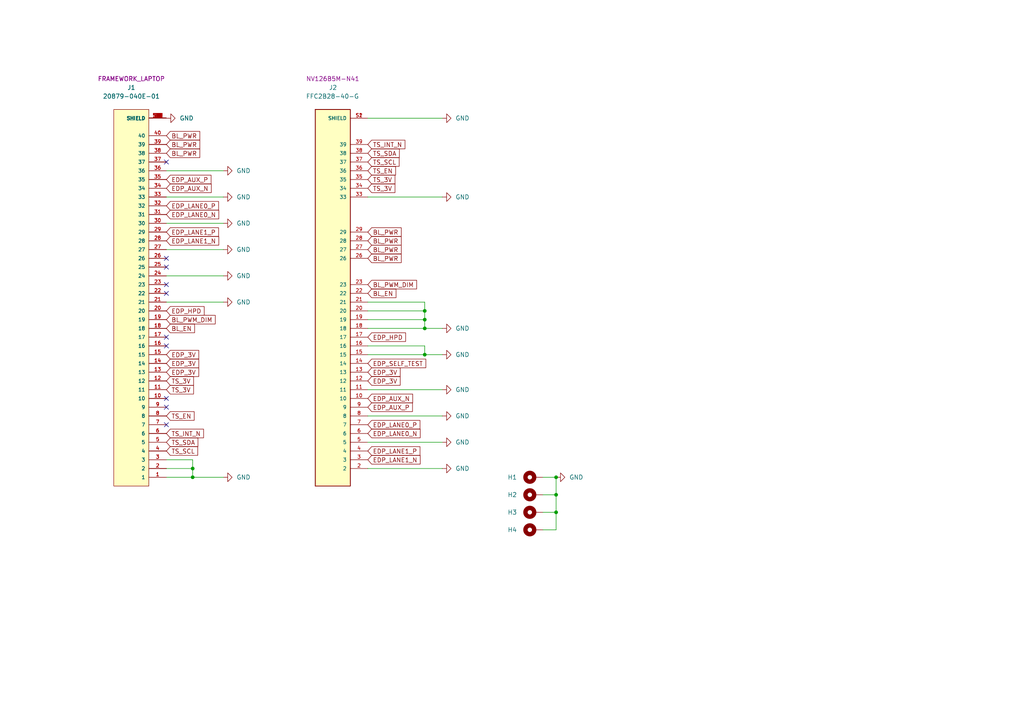
<source format=kicad_sch>
(kicad_sch (version 20211123) (generator eeschema)
  (paper "A4")
  (lib_symbols
    (symbol "20879-040E-01:20879-040E-01" (pin_names (offset 1.016))
      (property "Reference" "J1" (at 0 -62.23 0))
      (property "Value" "20879-040E-01" (at 0 -59.69 0))
      (property "TARGET" "FRAMEWORK_LAPTOP" (at 0 -64.77 0))
      (symbol "20879-040E-01_0_0"
        (rectangle (start -5.08 -55.88) (end 5.08 53.34) (stroke (width 0.1524)) (fill (type background)))
        (pin power_in line (at -10.16 50.8 0) (length 5.08) (name "1") (number "1"))
        (pin passive line (at -10.16 27.94 0) (length 5.08) (name "10") (number "10"))
        (pin passive line (at -10.16 25.4 0) (length 5.08) (name "11") (number "11"))
        (pin passive line (at -10.16 22.86 0) (length 5.08) (name "12") (number "12"))
        (pin passive line (at -10.16 20.32 0) (length 5.08) (name "13") (number "13"))
        (pin passive line (at -10.16 17.78 0) (length 5.08) (name "14") (number "14"))
        (pin passive line (at -10.16 15.24 0) (length 5.08) (name "15") (number "15"))
        (pin passive line (at -10.16 12.7 0) (length 5.08) (name "16") (number "16"))
        (pin passive line (at -10.16 10.16 0) (length 5.08) (name "17") (number "17"))
        (pin passive line (at -10.16 7.62 0) (length 5.08) (name "18") (number "18"))
        (pin passive line (at -10.16 5.08 0) (length 5.08) (name "19") (number "19"))
        (pin power_in line (at -10.16 48.26 0) (length 5.08) (name "2") (number "2"))
        (pin passive line (at -10.16 2.54 0) (length 5.08) (name "20") (number "20"))
        (pin passive line (at -10.16 0 0) (length 5.08) (name "21") (number "21"))
        (pin passive line (at -10.16 -2.54 0) (length 5.08) (name "22") (number "22"))
        (pin passive line (at -10.16 -5.08 0) (length 5.08) (name "23") (number "23"))
        (pin passive line (at -10.16 -7.62 0) (length 5.08) (name "24") (number "24"))
        (pin passive line (at -10.16 -10.16 0) (length 5.08) (name "25") (number "25"))
        (pin passive line (at -10.16 -12.7 0) (length 5.08) (name "26") (number "26"))
        (pin passive line (at -10.16 -15.24 0) (length 5.08) (name "27") (number "27"))
        (pin passive line (at -10.16 -17.78 0) (length 5.08) (name "28") (number "28"))
        (pin passive line (at -10.16 -20.32 0) (length 5.08) (name "29") (number "29"))
        (pin power_in line (at -10.16 45.72 0) (length 5.08) (name "3") (number "3"))
        (pin passive line (at -10.16 -22.86 0) (length 5.08) (name "30") (number "30"))
        (pin passive line (at -10.16 -25.4 0) (length 5.08) (name "31") (number "31"))
        (pin passive line (at -10.16 -27.94 0) (length 5.08) (name "32") (number "32"))
        (pin passive line (at -10.16 -30.48 0) (length 5.08) (name "33") (number "33"))
        (pin passive line (at -10.16 -33.02 0) (length 5.08) (name "34") (number "34"))
        (pin passive line (at -10.16 -35.56 0) (length 5.08) (name "35") (number "35"))
        (pin passive line (at -10.16 -38.1 0) (length 5.08) (name "36") (number "36"))
        (pin passive line (at -10.16 -40.64 0) (length 5.08) (name "37") (number "37"))
        (pin passive line (at -10.16 -43.18 0) (length 5.08) (name "38") (number "38"))
        (pin passive line (at -10.16 -45.72 0) (length 5.08) (name "39") (number "39"))
        (pin passive line (at -10.16 43.18 0) (length 5.08) (name "4") (number "4"))
        (pin passive line (at -10.16 -48.26 0) (length 5.08) (name "40") (number "40"))
        (pin passive line (at -10.16 40.64 0) (length 5.08) (name "5") (number "5"))
        (pin passive line (at -10.16 38.1 0) (length 5.08) (name "6") (number "6"))
        (pin passive line (at -10.16 35.56 0) (length 5.08) (name "7") (number "7"))
        (pin passive line (at -10.16 33.02 0) (length 5.08) (name "8") (number "8"))
        (pin passive line (at -10.16 30.48 0) (length 5.08) (name "9") (number "9"))
        (pin passive line (at -10.16 -53.34 0) (length 5.08) (name "SHIELD") (number "S1"))
        (pin passive line (at -10.16 -53.34 0) (length 5.08) (name "SHIELD") (number "S10"))
        (pin passive line (at -10.16 -53.34 0) (length 5.08) (name "SHIELD") (number "S11"))
        (pin passive line (at -10.16 -53.34 0) (length 5.08) (name "SHIELD") (number "S12"))
        (pin passive line (at -10.16 -53.34 0) (length 5.08) (name "SHIELD") (number "S13"))
        (pin passive line (at -10.16 -53.34 0) (length 5.08) (name "SHIELD") (number "S14"))
        (pin passive line (at -10.16 -53.34 0) (length 5.08) (name "SHIELD") (number "S15"))
        (pin passive line (at -10.16 -53.34 0) (length 5.08) (name "SHIELD") (number "S16"))
        (pin passive line (at -10.16 -53.34 0) (length 5.08) (name "SHIELD") (number "S17"))
        (pin passive line (at -10.16 -53.34 0) (length 5.08) (name "SHIELD") (number "S18"))
        (pin passive line (at -10.16 -53.34 0) (length 5.08) (name "SHIELD") (number "S19"))
        (pin passive line (at -10.16 -53.34 0) (length 5.08) (name "SHIELD") (number "S2"))
        (pin passive line (at -10.16 -53.34 0) (length 5.08) (name "SHIELD") (number "S20"))
        (pin passive line (at -10.16 -53.34 0) (length 5.08) (name "SHIELD") (number "S21"))
        (pin passive line (at -10.16 -53.34 0) (length 5.08) (name "SHIELD") (number "S22"))
        (pin passive line (at -10.16 -53.34 0) (length 5.08) (name "SHIELD") (number "S23"))
        (pin passive line (at -10.16 -53.34 0) (length 5.08) (name "SHIELD") (number "S24"))
        (pin passive line (at -10.16 -53.34 0) (length 5.08) (name "SHIELD") (number "S25"))
        (pin passive line (at -10.16 -53.34 0) (length 5.08) (name "SHIELD") (number "S26"))
        (pin passive line (at -10.16 -53.34 0) (length 5.08) (name "SHIELD") (number "S27"))
        (pin passive line (at -10.16 -53.34 0) (length 5.08) (name "SHIELD") (number "S28"))
        (pin passive line (at -10.16 -53.34 0) (length 5.08) (name "SHIELD") (number "S29"))
        (pin passive line (at -10.16 -53.34 0) (length 5.08) (name "SHIELD") (number "S3"))
        (pin passive line (at -10.16 -53.34 0) (length 5.08) (name "SHIELD") (number "S30"))
        (pin passive line (at -10.16 -53.34 0) (length 5.08) (name "SHIELD") (number "S31"))
        (pin passive line (at -10.16 -53.34 0) (length 5.08) (name "SHIELD") (number "S32"))
        (pin passive line (at -10.16 -53.34 0) (length 5.08) (name "SHIELD") (number "S33"))
        (pin passive line (at -10.16 -53.34 0) (length 5.08) (name "SHIELD") (number "S34"))
        (pin passive line (at -10.16 -53.34 0) (length 5.08) (name "SHIELD") (number "S4"))
        (pin passive line (at -10.16 -53.34 0) (length 5.08) (name "SHIELD") (number "S5"))
        (pin passive line (at -10.16 -53.34 0) (length 5.08) (name "SHIELD") (number "S6"))
        (pin passive line (at -10.16 -53.34 0) (length 5.08) (name "SHIELD") (number "S7"))
        (pin passive line (at -10.16 -53.34 0) (length 5.08) (name "SHIELD") (number "S8"))
        (pin passive line (at -10.16 -53.34 0) (length 5.08) (name "SHIELD") (number "S9"))
      )
    )
    (symbol "FFC2B28-40-G:FFC2B28-40-G" (pin_names (offset 1.016))
      (property "Reference" "J2" (at -1.27 -62.23 0))
      (property "Value" "FFC2B28-40-G" (at -7.62 -59.69 0))
      (property "TARGET" "NV126B5M-N41" (at 0 -64.77 0))
      (symbol "FFC2B28-40-G_0_0"
        (rectangle (start -5.08 -55.88) (end 5.08 53.34) (stroke (width 0.254)) (fill (type background)))
        (pin no_connect line (at -10.16 50.8 0) (length 5.08) hide (name "1") (number "1"))
        (pin passive line (at -10.16 27.94 0) (length 5.08) (name "10") (number "10"))
        (pin passive line (at -10.16 25.4 0) (length 5.08) (name "11") (number "11"))
        (pin passive line (at -10.16 22.86 0) (length 5.08) (name "12") (number "12"))
        (pin passive line (at -10.16 20.32 0) (length 5.08) (name "13") (number "13"))
        (pin passive line (at -10.16 17.78 0) (length 5.08) (name "14") (number "14"))
        (pin passive line (at -10.16 15.24 0) (length 5.08) (name "15") (number "15"))
        (pin passive line (at -10.16 12.7 0) (length 5.08) (name "16") (number "16"))
        (pin passive line (at -10.16 10.16 0) (length 5.08) (name "17") (number "17"))
        (pin passive line (at -10.16 7.62 0) (length 5.08) (name "18") (number "18"))
        (pin passive line (at -10.16 5.08 0) (length 5.08) (name "19") (number "19"))
        (pin passive line (at -10.16 48.26 0) (length 5.08) (name "2") (number "2"))
        (pin passive line (at -10.16 2.54 0) (length 5.08) (name "20") (number "20"))
        (pin passive line (at -10.16 0 0) (length 5.08) (name "21") (number "21"))
        (pin passive line (at -10.16 -2.54 0) (length 5.08) (name "22") (number "22"))
        (pin passive line (at -10.16 -5.08 0) (length 5.08) (name "23") (number "23"))
        (pin no_connect line (at -10.16 -7.62 0) (length 5.08) hide (name "24") (number "24"))
        (pin no_connect line (at -10.16 -10.16 0) (length 5.08) hide (name "25") (number "25"))
        (pin passive line (at -10.16 -12.7 0) (length 5.08) (name "26") (number "26"))
        (pin passive line (at -10.16 -15.24 0) (length 5.08) (name "27") (number "27"))
        (pin passive line (at -10.16 -17.78 0) (length 5.08) (name "28") (number "28"))
        (pin passive line (at -10.16 -20.32 0) (length 5.08) (name "29") (number "29"))
        (pin passive line (at -10.16 45.72 0) (length 5.08) (name "3") (number "3"))
        (pin no_connect line (at -10.16 -22.86 0) (length 5.08) hide (name "30") (number "30"))
        (pin no_connect line (at -10.16 -25.4 0) (length 5.08) hide (name "31") (number "31"))
        (pin no_connect line (at -10.16 -27.94 0) (length 5.08) hide (name "32") (number "32"))
        (pin passive line (at -10.16 -30.48 0) (length 5.08) (name "33") (number "33"))
        (pin passive line (at -10.16 -33.02 0) (length 5.08) (name "34") (number "34"))
        (pin passive line (at -10.16 -35.56 0) (length 5.08) (name "35") (number "35"))
        (pin passive line (at -10.16 -38.1 0) (length 5.08) (name "36") (number "36"))
        (pin passive line (at -10.16 -40.64 0) (length 5.08) (name "37") (number "37"))
        (pin passive line (at -10.16 -43.18 0) (length 5.08) (name "38") (number "38"))
        (pin passive line (at -10.16 -45.72 0) (length 5.08) (name "39") (number "39"))
        (pin passive line (at -10.16 43.18 0) (length 5.08) (name "4") (number "4"))
        (pin no_connect line (at -10.16 -48.26 0) (length 5.08) hide (name "40") (number "40"))
        (pin passive line (at -10.16 40.64 0) (length 5.08) (name "5") (number "5"))
        (pin passive line (at -10.16 38.1 0) (length 5.08) (name "6") (number "6"))
        (pin passive line (at -10.16 35.56 0) (length 5.08) (name "7") (number "7"))
        (pin passive line (at -10.16 33.02 0) (length 5.08) (name "8") (number "8"))
        (pin passive line (at -10.16 30.48 0) (length 5.08) (name "9") (number "9"))
        (pin passive line (at -10.16 -53.34 0) (length 5.08) (name "SHIELD") (number "S1"))
        (pin passive line (at -10.16 -53.34 0) (length 5.08) (name "SHIELD") (number "S2"))
      )
    )
    (symbol "Mechanical:MountingHole_Pad" (pin_numbers hide) (pin_names (offset 1.016) hide)
      (property "Reference" "H" (at 0 6.35 0))
      (property "Value" "MountingHole_Pad" (at 0 4.445 0))
      (symbol "MountingHole_Pad_0_1"
        (circle (center 0 1.27) (radius 1.27) (stroke (width 1.27)))
      )
      (symbol "MountingHole_Pad_1_1"
        (pin input line (at 0 -2.54 90) (length 2.54) (name "1") (number "1"))
      )
    )
    (symbol "power:GND" (power) (pin_names (offset 0))
      (property "Value" "GND" (at 0 -3.81 0))
      (symbol "GND_0_1"
        (polyline (pts (xy 0 0) (xy 0 -1.27) (xy 1.27 -1.27) (xy 0 -2.54) (xy -1.27 -1.27) (xy 0 -1.27)))
      )
      (symbol "GND_1_1"
        (pin power_in line (at 0 0 270) (length 0) hide (name "GND") (number "1"))
      )
    )
  )
  (junction (at 55.88 135.89))
  (junction (at 161.29 138.43))
  (junction (at 161.29 143.51))
  (junction (at 123.19 95.25))
  (junction (at 161.29 148.59))
  (junction (at 123.19 102.87))
  (junction (at 123.19 90.17))
  (junction (at 55.88 138.43))
  (junction (at 123.19 92.71))
  (no_connect (at 48.26 85.09))
  (no_connect (at 48.26 97.79))
  (no_connect (at 48.26 100.33))
  (no_connect (at 48.26 115.57))
  (no_connect (at 48.26 118.11))
  (no_connect (at 48.26 46.99))
  (no_connect (at 48.26 74.93))
  (no_connect (at 48.26 77.47))
  (no_connect (at 48.26 82.55))
  (no_connect (at 48.26 123.19))
  (wire (pts (xy 48.26 57.15) (xy 64.77 57.15)))
  (wire (pts (xy 106.68 57.15) (xy 128.27 57.15)))
  (wire (pts (xy 157.48 148.59) (xy 161.29 148.59)))
  (wire (pts (xy 55.88 138.43) (xy 64.77 138.43)))
  (wire (pts (xy 48.26 135.89) (xy 55.88 135.89)))
  (wire (pts (xy 48.26 72.39) (xy 64.77 72.39)))
  (wire (pts (xy 106.68 102.87) (xy 123.19 102.87)))
  (wire (pts (xy 161.29 148.59) (xy 161.29 153.67)))
  (wire (pts (xy 123.19 100.33) (xy 123.19 102.87)))
  (wire (pts (xy 128.27 135.89) (xy 106.68 135.89)))
  (wire (pts (xy 123.19 87.63) (xy 123.19 90.17)))
  (wire (pts (xy 123.19 90.17) (xy 123.19 92.71)))
  (wire (pts (xy 55.88 138.43) (xy 55.88 135.89)))
  (wire (pts (xy 106.68 120.65) (xy 128.27 120.65)))
  (wire (pts (xy 106.68 92.71) (xy 123.19 92.71)))
  (wire (pts (xy 161.29 143.51) (xy 161.29 148.59)))
  (wire (pts (xy 128.27 128.27) (xy 106.68 128.27)))
  (wire (pts (xy 106.68 113.03) (xy 128.27 113.03)))
  (wire (pts (xy 157.48 143.51) (xy 161.29 143.51)))
  (wire (pts (xy 48.26 87.63) (xy 64.77 87.63)))
  (wire (pts (xy 106.68 100.33) (xy 123.19 100.33)))
  (wire (pts (xy 106.68 87.63) (xy 123.19 87.63)))
  (wire (pts (xy 55.88 135.89) (xy 55.88 133.35)))
  (wire (pts (xy 106.68 95.25) (xy 123.19 95.25)))
  (wire (pts (xy 48.26 133.35) (xy 55.88 133.35)))
  (wire (pts (xy 123.19 95.25) (xy 128.27 95.25)))
  (wire (pts (xy 123.19 102.87) (xy 128.27 102.87)))
  (wire (pts (xy 106.68 34.29) (xy 128.27 34.29)))
  (wire (pts (xy 123.19 92.71) (xy 123.19 95.25)))
  (wire (pts (xy 48.26 64.77) (xy 64.77 64.77)))
  (wire (pts (xy 48.26 49.53) (xy 64.77 49.53)))
  (wire (pts (xy 48.26 138.43) (xy 55.88 138.43)))
  (wire (pts (xy 161.29 138.43) (xy 161.29 143.51)))
  (wire (pts (xy 161.29 138.43) (xy 157.48 138.43)))
  (wire (pts (xy 106.68 90.17) (xy 123.19 90.17)))
  (wire (pts (xy 161.29 153.67) (xy 157.48 153.67)))
  (wire (pts (xy 48.26 80.01) (xy 64.77 80.01)))
  (global_label "EDP_LANE1_P" (shape input) (at 48.26 67.31 0) (property "Intersheet References" "${INTERSHEET_REFS}" (effects hide)))
  (global_label "EDP_LANE1_P" (shape input) (at 106.68 130.81 0) (property "Intersheet References" "${INTERSHEET_REFS}" (effects hide)))
  (global_label "BL_EN" (shape input) (at 106.68 85.09 0) (property "Intersheet References" "${INTERSHEET_REFS}" (effects hide)))
  (global_label "TS_SDA" (shape input) (at 106.68 44.45 0) (property "Intersheet References" "${INTERSHEET_REFS}" (effects hide)))
  (global_label "BL_EN" (shape input) (at 48.26 95.25 0) (property "Intersheet References" "${INTERSHEET_REFS}" (effects hide)))
  (global_label "EDP_LANE0_P" (shape input) (at 106.68 123.19 0) (property "Intersheet References" "${INTERSHEET_REFS}" (effects hide)))
  (global_label "BL_PWR" (shape input) (at 48.26 44.45 0) (property "Intersheet References" "${INTERSHEET_REFS}" (effects hide)))
  (global_label "BL_PWM_DIM" (shape input) (at 48.26 92.71 0) (property "Intersheet References" "${INTERSHEET_REFS}" (effects hide)))
  (global_label "EDP_3V" (shape input) (at 48.26 102.87 0) (property "Intersheet References" "${INTERSHEET_REFS}" (effects hide)))
  (global_label "EDP_LANE0_N" (shape input) (at 48.26 62.23 0) (property "Intersheet References" "${INTERSHEET_REFS}" (effects hide)))
  (global_label "EDP_AUX_P" (shape input) (at 106.68 118.11 0) (property "Intersheet References" "${INTERSHEET_REFS}" (effects hide)))
  (global_label "EDP_LANE0_N" (shape input) (at 106.68 125.73 0) (property "Intersheet References" "${INTERSHEET_REFS}" (effects hide)))
  (global_label "BL_PWM_DIM" (shape input) (at 106.68 82.55 0) (property "Intersheet References" "${INTERSHEET_REFS}" (effects hide)))
  (global_label "EDP_LANE1_N" (shape input) (at 106.68 133.35 0) (property "Intersheet References" "${INTERSHEET_REFS}" (effects hide)))
  (global_label "TS_INT_N" (shape input) (at 106.68 41.91 0) (property "Intersheet References" "${INTERSHEET_REFS}" (effects hide)))
  (global_label "BL_PWR" (shape input) (at 106.68 72.39 0) (property "Intersheet References" "${INTERSHEET_REFS}" (effects hide)))
  (global_label "EDP_SELF_TEST" (shape input) (at 106.68 105.41 0) (property "Intersheet References" "${INTERSHEET_REFS}" (effects hide)))
  (global_label "EDP_LANE0_P" (shape input) (at 48.26 59.69 0) (property "Intersheet References" "${INTERSHEET_REFS}" (effects hide)))
  (global_label "EDP_HPD" (shape input) (at 48.26 90.17 0) (property "Intersheet References" "${INTERSHEET_REFS}" (effects hide)))
  (global_label "BL_PWR" (shape input) (at 48.26 39.37 0) (property "Intersheet References" "${INTERSHEET_REFS}" (effects hide)))
  (global_label "EDP_HPD" (shape input) (at 106.68 97.79 0) (property "Intersheet References" "${INTERSHEET_REFS}" (effects hide)))
  (global_label "TS_SCL" (shape input) (at 48.26 130.81 0) (property "Intersheet References" "${INTERSHEET_REFS}" (effects hide)))
  (global_label "EDP_3V" (shape input) (at 48.26 105.41 0) (property "Intersheet References" "${INTERSHEET_REFS}" (effects hide)))
  (global_label "BL_PWR" (shape input) (at 48.26 41.91 0) (property "Intersheet References" "${INTERSHEET_REFS}" (effects hide)))
  (global_label "TS_3V" (shape input) (at 48.26 110.49 0) (property "Intersheet References" "${INTERSHEET_REFS}" (effects hide)))
  (global_label "TS_3V" (shape input) (at 106.68 52.07 0) (property "Intersheet References" "${INTERSHEET_REFS}" (effects hide)))
  (global_label "EDP_AUX_N" (shape input) (at 106.68 115.57 0) (property "Intersheet References" "${INTERSHEET_REFS}" (effects hide)))
  (global_label "TS_EN" (shape input) (at 106.68 49.53 0) (property "Intersheet References" "${INTERSHEET_REFS}" (effects hide)))
  (global_label "TS_INT_N" (shape input) (at 48.26 125.73 0) (property "Intersheet References" "${INTERSHEET_REFS}" (effects hide)))
  (global_label "TS_SCL" (shape input) (at 106.68 46.99 0) (property "Intersheet References" "${INTERSHEET_REFS}" (effects hide)))
  (global_label "BL_PWR" (shape input) (at 106.68 74.93 0) (property "Intersheet References" "${INTERSHEET_REFS}" (effects hide)))
  (global_label "TS_EN" (shape input) (at 48.26 120.65 0) (property "Intersheet References" "${INTERSHEET_REFS}" (effects hide)))
  (global_label "EDP_AUX_N" (shape input) (at 48.26 54.61 0) (property "Intersheet References" "${INTERSHEET_REFS}" (effects hide)))
  (global_label "EDP_3V" (shape input) (at 48.26 107.95 0) (property "Intersheet References" "${INTERSHEET_REFS}" (effects hide)))
  (global_label "TS_3V" (shape input) (at 48.26 113.03 0) (property "Intersheet References" "${INTERSHEET_REFS}" (effects hide)))
  (global_label "TS_SDA" (shape input) (at 48.26 128.27 0) (property "Intersheet References" "${INTERSHEET_REFS}" (effects hide)))
  (global_label "BL_PWR" (shape input) (at 106.68 69.85 0) (property "Intersheet References" "${INTERSHEET_REFS}" (effects hide)))
  (global_label "EDP_LANE1_N" (shape input) (at 48.26 69.85 0) (property "Intersheet References" "${INTERSHEET_REFS}" (effects hide)))
  (global_label "EDP_3V" (shape input) (at 106.68 110.49 0) (property "Intersheet References" "${INTERSHEET_REFS}" (effects hide)))
  (global_label "EDP_AUX_P" (shape input) (at 48.26 52.07 0) (property "Intersheet References" "${INTERSHEET_REFS}" (effects hide)))
  (global_label "BL_PWR" (shape input) (at 106.68 67.31 0) (property "Intersheet References" "${INTERSHEET_REFS}" (effects hide)))
  (global_label "EDP_3V" (shape input) (at 106.68 107.95 0) (property "Intersheet References" "${INTERSHEET_REFS}" (effects hide)))
  (global_label "TS_3V" (shape input) (at 106.68 54.61 0) (property "Intersheet References" "${INTERSHEET_REFS}" (effects hide)))
  (symbol (lib_id "power:GND") (at 64.77 80.01 90) (mirror x) (unit 1)
    (property "Reference" "#PWR0106" (effects hide))
    (property "Value" "GND" (at 68.58 80.0101 90) (effects (justify right)))
  )
  (symbol (lib_id "Mechanical:MountingHole_Pad") (at 154.94 148.59 90) (unit 1)
    (property "Reference" "H3" (at 148.59 148.59 90))
    (property "Value" "MountingHole_Pad" (effects hide))
    (property "Footprint" "MountingHole:MountingHole_2.2mm_M2_Pad" (effects hide))
  )
  (symbol (lib_id "power:GND") (at 161.29 138.43 90) (unit 1)
    (property "Reference" "#PWR0108" (effects hide))
    (property "Value" "GND" (at 165.1 138.4299 90) (effects (justify right)))
  )
  (symbol (lib_id "power:GND") (at 128.27 95.25 90) (unit 1)
    (property "Reference" "#PWR0112" (effects hide))
    (property "Value" "GND" (at 132.08 95.2499 90) (effects (justify right)))
  )
  (symbol (lib_id "FFC2B28-40-G:FFC2B28-40-G") (at 96.52 87.63 180) (unit 1)
    (property "Reference" "J2" (at 97.79 25.4 0) (effects (justify left)))
    (property "Value" "FFC2B28-40-G" (at 104.14 27.94 0) (effects (justify left)))
    (property "Footprint" "GCT_FFC2B28-40-G" (effects hide))
    (property "MAXIMUM_PACKAGE_HEIGHT" "1.75mm" (effects hide))
    (property "MANUFACTURER" "GCT" (effects hide))
    (property "PARTREV" "A" (effects hide))
    (property "STANDARD" "Manufacturer Recommendations" (effects hide))
    (property "TARGET" "NV126B5M-N41" (at 96.52 22.86 0))
  )
  (symbol (lib_id "power:GND") (at 128.27 135.89 90) (unit 1)
    (property "Reference" "#PWR0104" (effects hide))
    (property "Value" "GND" (at 132.08 135.8899 90) (effects (justify right)))
  )
  (symbol (lib_id "power:GND") (at 64.77 57.15 90) (mirror x) (unit 1)
    (property "Reference" "#PWR?" (effects hide))
    (property "Value" "GND" (at 68.58 57.1501 90) (effects (justify right)))
  )
  (symbol (lib_id "power:GND") (at 128.27 113.03 90) (unit 1)
    (property "Reference" "#PWR0110" (effects hide))
    (property "Value" "GND" (at 132.08 113.0299 90) (effects (justify right)))
  )
  (symbol (lib_id "power:GND") (at 128.27 120.65 90) (unit 1)
    (property "Reference" "#PWR0109" (effects hide))
    (property "Value" "GND" (at 132.08 120.6499 90) (effects (justify right)))
  )
  (symbol (lib_id "20879-040E-01:20879-040E-01") (at 38.1 87.63 180) (unit 1)
    (property "Reference" "J1" (at 38.1 25.4 0))
    (property "Value" "20879-040E-01" (at 38.1 27.94 0))
    (property "Footprint" "IPEX_20879-040E-01" (effects hide))
    (property "MANUFACTURER" "I-PEX" (effects hide))
    (property "PARTREV" "11" (effects hide))
    (property "MAXIMUM_PACKAGE_HEIGHT" "2.15mm" (effects hide))
    (property "STANDARD" "Manufacturer recommendations" (effects hide))
    (property "TARGET" "FRAMEWORK_LAPTOP" (at 38.1 22.86 0))
  )
  (symbol (lib_id "power:GND") (at 64.77 138.43 90) (mirror x) (unit 1)
    (property "Reference" "#PWR0105" (effects hide))
    (property "Value" "GND" (at 68.58 138.4301 90) (effects (justify right)))
  )
  (symbol (lib_id "Mechanical:MountingHole_Pad") (at 154.94 143.51 90) (unit 1)
    (property "Reference" "H2" (at 148.59 143.51 90))
    (property "Value" "MountingHole_Pad" (effects hide))
    (property "Footprint" "MountingHole:MountingHole_2.2mm_M2_Pad" (effects hide))
  )
  (symbol (lib_id "power:GND") (at 64.77 49.53 90) (mirror x) (unit 1)
    (property "Reference" "#PWR?" (effects hide))
    (property "Value" "GND" (at 68.58 49.5301 90) (effects (justify right)))
  )
  (symbol (lib_id "power:GND") (at 64.77 87.63 90) (mirror x) (unit 1)
    (property "Reference" "#PWR0103" (effects hide))
    (property "Value" "GND" (at 68.58 87.6301 90) (effects (justify right)))
  )
  (symbol (lib_id "power:GND") (at 128.27 57.15 90) (unit 1)
    (property "Reference" "#PWR0101" (effects hide))
    (property "Value" "GND" (at 132.08 57.1499 90) (effects (justify right)))
  )
  (symbol (lib_id "Mechanical:MountingHole_Pad") (at 154.94 138.43 90) (unit 1)
    (property "Reference" "H1" (at 148.59 138.43 90))
    (property "Value" "MountingHole_Pad" (effects hide))
    (property "Footprint" "MountingHole:MountingHole_2.2mm_M2_Pad" (effects hide))
  )
  (symbol (lib_id "power:GND") (at 64.77 72.39 90) (mirror x) (unit 1)
    (property "Reference" "#PWR?" (effects hide))
    (property "Value" "GND" (at 68.58 72.3901 90) (effects (justify right)))
  )
  (symbol (lib_id "power:GND") (at 128.27 128.27 90) (unit 1)
    (property "Reference" "#PWR0107" (effects hide))
    (property "Value" "GND" (at 132.08 128.2699 90) (effects (justify right)))
  )
  (symbol (lib_id "power:GND") (at 128.27 34.29 90) (unit 1)
    (property "Reference" "#PWR?" (effects hide))
    (property "Value" "GND" (at 132.08 34.2899 90) (effects (justify right)))
  )
  (symbol (lib_id "Mechanical:MountingHole_Pad") (at 154.94 153.67 90) (unit 1)
    (property "Reference" "H4" (at 148.59 153.67 90))
    (property "Value" "MountingHole_Pad" (effects hide))
    (property "Footprint" "MountingHole:MountingHole_2.2mm_M2_Pad" (effects hide))
  )
  (symbol (lib_id "power:GND") (at 128.27 102.87 90) (unit 1)
    (property "Reference" "#PWR0111" (effects hide))
    (property "Value" "GND" (at 132.08 102.8699 90) (effects (justify right)))
  )
  (symbol (lib_id "power:GND") (at 48.26 34.29 90) (mirror x) (unit 1)
    (property "Reference" "#PWR0102" (effects hide))
    (property "Value" "GND" (at 52.07 34.2901 90) (effects (justify right)))
  )
  (symbol (lib_id "power:GND") (at 64.77 64.77 90) (mirror x) (unit 1)
    (property "Reference" "#PWR?" (effects hide))
    (property "Value" "GND" (at 68.58 64.7701 90) (effects (justify right)))
  )
)
</source>
